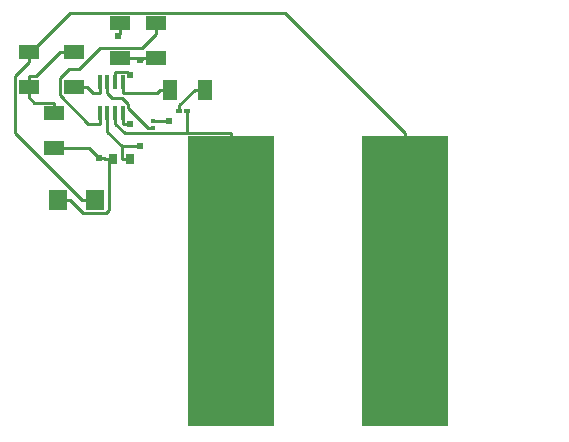
<source format=gtl>
G04 Layer: TopLayer*
G04 EasyEDA v6.5.22, 2022-10-29 05:24:55*
G04 0d69cdd4dafa4356a4bc9da831f61fa8,b3227826631d40d5b2108dfee29276d7,10*
G04 Gerber Generator version 0.2*
G04 Scale: 100 percent, Rotated: No, Reflected: No *
G04 Dimensions in millimeters *
G04 leading zeros omitted , absolute positions ,4 integer and 5 decimal *
%FSLAX45Y45*%
%MOMM*%

%AMMACRO1*21,1,$1,$2,0,0,$3*%
%ADD10C,0.2540*%
%ADD11MACRO1,1.728X1.485X90.0000*%
%ADD12MACRO1,0.324X0.3685X0.0000*%
%ADD13R,0.3240X0.3684*%
%ADD14R,0.8000X0.9000*%
%ADD15R,0.4699X0.4399*%
%ADD16MACRO1,7.25X24.4999X0.0000*%
%ADD17MACRO1,1.701X1.2075X0.0000*%
%ADD18R,1.7010X1.2075*%
%ADD19MACRO1,1.701X1.2075X90.0000*%
%ADD20R,0.4000X1.2200*%
%ADD21C,0.6100*%

%LPD*%
D10*
X1113485Y2739212D02*
G01*
X1113485Y2650312D01*
X1179931Y2650312D02*
G01*
X1113485Y2650312D01*
X1371600Y2669031D02*
G01*
X1506956Y2669031D01*
X912774Y2358745D02*
G01*
X957732Y2358745D01*
X966978Y2349500D01*
X533400Y2442921D02*
G01*
X828598Y2442921D01*
X912774Y2358745D01*
X1034897Y2349500D02*
G01*
X1000937Y2349500D01*
X1000937Y2349500D02*
G01*
X966978Y2349500D01*
X1000937Y2349500D02*
G01*
X1000937Y1917064D01*
X975969Y1892096D01*
X781329Y1892096D01*
X666826Y2006600D01*
X564642Y2006600D02*
G01*
X666826Y2006600D01*
X1174902Y2349500D02*
G01*
X1106982Y2349500D01*
X1106982Y2349500D02*
G01*
X1106982Y2458491D01*
X1106982Y2458491D02*
G01*
X983487Y2581986D01*
X983487Y2739212D01*
X1397000Y3204921D02*
G01*
X1284046Y3204921D01*
X1284046Y3204921D02*
G01*
X1092200Y3204921D01*
X1284046Y3204921D02*
G01*
X1265326Y3186201D01*
X1258646Y3186201D01*
X1106982Y2458491D02*
G01*
X1258646Y2458491D01*
X1048486Y2739212D02*
G01*
X1048486Y2650312D01*
X1659102Y2755900D02*
G01*
X1659102Y2705988D01*
X2031111Y1320800D02*
G01*
X2031111Y2573705D01*
X1659102Y2573705D02*
G01*
X1659102Y2705988D01*
X2031111Y2573705D02*
G01*
X1659102Y2573705D01*
X1659102Y2573705D02*
G01*
X1526819Y2573705D01*
X1519428Y2566314D01*
X1132484Y2566314D01*
X1048486Y2650312D01*
X1092200Y3500678D02*
G01*
X1092200Y3412388D01*
X1072261Y3394557D02*
G01*
X1090091Y3412388D01*
X1092200Y3412388D01*
X1048486Y3090138D02*
G01*
X1048664Y3090316D01*
X1150670Y3090316D01*
X1179804Y3061182D01*
X1048486Y3001213D02*
G01*
X1048486Y3090138D01*
X1113485Y2912313D02*
G01*
X1406144Y2912313D01*
X1427530Y2933700D01*
X1113485Y3001213D02*
G01*
X1113485Y2912313D01*
X1515821Y2933700D02*
G01*
X1427530Y2933700D01*
X918489Y2912313D02*
G01*
X862761Y2912313D01*
X811453Y2963621D01*
X918489Y3001213D02*
G01*
X918489Y2912313D01*
X698500Y2963621D02*
G01*
X811453Y2963621D01*
X585546Y3259378D02*
G01*
X378079Y3051911D01*
X317500Y3051911D01*
X698500Y3259378D02*
G01*
X585546Y3259378D01*
X317500Y2963621D02*
G01*
X317500Y3051911D01*
X533400Y2826969D02*
G01*
X365861Y2826969D01*
X317500Y2875330D01*
X533400Y2738678D02*
G01*
X533400Y2826969D01*
X317500Y2963621D02*
G01*
X317500Y2875330D01*
X1723288Y2933700D02*
G01*
X1595399Y2805811D01*
X1592097Y2805811D01*
X1811578Y2933700D02*
G01*
X1723288Y2933700D01*
X1592097Y2755900D02*
G01*
X1592097Y2805811D01*
X983487Y2912313D02*
G01*
X1025575Y2870225D01*
X1106246Y2870225D01*
X1161567Y2814904D01*
X1161567Y2780080D01*
X1327480Y2614168D01*
X983487Y3001213D02*
G01*
X983487Y2912313D01*
X1371600Y2614168D02*
G01*
X1327480Y2614168D01*
X317500Y3171088D02*
G01*
X203250Y3056839D01*
X203250Y2574594D01*
X771245Y2006600D01*
X883157Y2006600D01*
X317500Y3259378D02*
G01*
X317500Y3242437D01*
X317500Y3242437D02*
G01*
X317500Y3171088D01*
X317500Y3242437D02*
G01*
X664210Y3589146D01*
X2490647Y3589146D01*
X3506088Y2573705D01*
X3506088Y1320800D02*
G01*
X3506088Y2573705D01*
X918489Y2650312D02*
G01*
X824814Y2650312D01*
X585393Y2889732D01*
X585393Y3038347D01*
X663524Y3116478D01*
X744524Y3116478D01*
X921435Y3293389D01*
X1278001Y3293389D01*
X1397000Y3412388D01*
X918489Y2739212D02*
G01*
X918489Y2650312D01*
X1397000Y3500678D02*
G01*
X1397000Y3412388D01*
D11*
G01*
X883150Y2006600D03*
G01*
X564649Y2006600D03*
D12*
G01*
X1371600Y2669021D03*
D13*
G01*
X1371600Y2614168D03*
D14*
G01*
X1034897Y2349500D03*
G01*
X1174902Y2349500D03*
D15*
G01*
X1592097Y2755900D03*
G01*
X1659102Y2755900D03*
D16*
G01*
X2031103Y1320800D03*
G01*
X3506099Y1320800D03*
D17*
G01*
X317500Y3259376D03*
D18*
G01*
X317500Y2963621D03*
D17*
G01*
X533400Y2738676D03*
D18*
G01*
X533400Y2442921D03*
D17*
G01*
X698500Y3259376D03*
D18*
G01*
X698500Y2963621D03*
D19*
G01*
X1811576Y2933700D03*
G01*
X1515823Y2933700D03*
D17*
G01*
X1092200Y3500676D03*
D18*
G01*
X1092200Y3204921D03*
D17*
G01*
X1397000Y3500676D03*
D18*
G01*
X1397000Y3204921D03*
D20*
G01*
X918489Y2739212D03*
G01*
X983487Y2739212D03*
G01*
X1048486Y2739212D03*
G01*
X1113485Y2739212D03*
G01*
X1113485Y3001213D03*
G01*
X1048486Y3001213D03*
G01*
X983487Y3001213D03*
G01*
X918489Y3001213D03*
D21*
G01*
X1072261Y3394557D03*
G01*
X1179804Y3061182D03*
G01*
X1258646Y3186201D03*
G01*
X1258646Y2458491D03*
G01*
X912774Y2358745D03*
G01*
X1179931Y2650312D03*
G01*
X1506956Y2669031D03*
M02*

</source>
